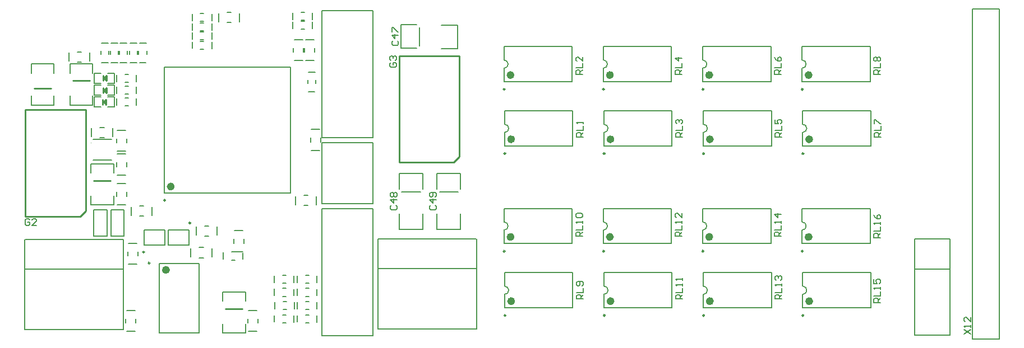
<source format=gto>
G04*
G04 #@! TF.GenerationSoftware,Altium Limited,Altium Designer,20.1.11 (218)*
G04*
G04 Layer_Color=439754*
%FSAX42Y42*%
%MOMM*%
G71*
G04*
G04 #@! TF.SameCoordinates,67978BD1-B2E9-4B08-9179-9D8DA7AD3022*
G04*
G04*
G04 #@! TF.FilePolarity,Positive*
G04*
G01*
G75*
%ADD10C,0.20*%
%ADD11C,0.25*%
%ADD12C,0.60*%
%ADD13C,0.10*%
%ADD14C,0.25*%
%ADD15C,0.15*%
%ADD16C,0.13*%
D10*
X030458Y003736D02*
G03*
X030458Y003863I000000J000063D01*
G01*
X030467Y002764D02*
G03*
X030467Y002891I000000J000063D01*
G01*
X030467Y005214D02*
G03*
X030467Y005341I000000J000063D01*
G01*
X030458Y006186D02*
G03*
X030458Y006313I000000J000063D01*
G01*
X025967Y002764D02*
G03*
X025967Y002891I000000J000063D01*
G01*
X025958Y003736D02*
G03*
X025958Y003863I000000J000063D01*
G01*
X027467Y002764D02*
G03*
X027467Y002891I000000J000063D01*
G01*
X027458Y003736D02*
G03*
X027458Y003863I000000J000063D01*
G01*
X028958Y003736D02*
G03*
X028958Y003863I000000J000063D01*
G01*
X028967Y002764D02*
G03*
X028967Y002891I000000J000063D01*
G01*
X028958Y006186D02*
G03*
X028958Y006313I000000J000063D01*
G01*
X028967Y005214D02*
G03*
X028967Y005341I000000J000063D01*
G01*
X027458Y006186D02*
G03*
X027458Y006313I000000J000063D01*
G01*
X027467Y005214D02*
G03*
X027467Y005341I000000J000063D01*
G01*
X025958Y006186D02*
G03*
X025958Y006313I000000J000063D01*
G01*
X025967Y005214D02*
G03*
X025967Y005341I000000J000063D01*
G01*
X030458Y003534D02*
X031488D01*
X030458Y004064D02*
X031488D01*
X030458Y003534D02*
Y003736D01*
Y003863D02*
Y004064D01*
X031488Y003534D02*
Y004064D01*
X030467Y002562D02*
X031497D01*
X030467Y003092D02*
X031497D01*
X030467Y002562D02*
Y002764D01*
Y002891D02*
Y003092D01*
X031497Y002562D02*
Y003092D01*
X028497Y005012D02*
Y005542D01*
X027467Y005341D02*
Y005542D01*
Y005012D02*
Y005214D01*
Y005542D02*
X028497D01*
X027467Y005012D02*
X028497D01*
X028488Y005984D02*
Y006514D01*
X027458Y006313D02*
Y006514D01*
Y005984D02*
Y006186D01*
Y006514D02*
X028488D01*
X027458Y005984D02*
X028488D01*
X029997Y005012D02*
Y005542D01*
X028967Y005341D02*
Y005542D01*
Y005012D02*
Y005214D01*
Y005542D02*
X029997D01*
X028967Y005012D02*
X029997D01*
X029988Y005984D02*
Y006514D01*
X028958Y006313D02*
Y006514D01*
Y005984D02*
Y006186D01*
Y006514D02*
X029988D01*
X028958Y005984D02*
X029988D01*
X030467Y005012D02*
X031497D01*
X030467Y005542D02*
X031497D01*
X030467Y005012D02*
Y005214D01*
Y005341D02*
Y005542D01*
X031497Y005012D02*
Y005542D01*
X030458Y005984D02*
X031488D01*
X030458Y006514D02*
X031488D01*
X030458Y005984D02*
Y006186D01*
Y006313D02*
Y006514D01*
X031488Y005984D02*
Y006514D01*
X025967Y002562D02*
X026997D01*
X025967Y003092D02*
X026997D01*
X025967Y002562D02*
Y002764D01*
Y002891D02*
Y003092D01*
X026997Y002562D02*
Y003092D01*
X025958Y003534D02*
X026988D01*
X025958Y004064D02*
X026988D01*
X025958Y003534D02*
Y003736D01*
Y003863D02*
Y004064D01*
X026988Y003534D02*
Y004064D01*
X027467Y002562D02*
X028497D01*
X027467Y003092D02*
X028497D01*
X027467Y002562D02*
Y002764D01*
Y002891D02*
Y003092D01*
X028497Y002562D02*
Y003092D01*
X027458Y003534D02*
X028488D01*
X027458Y004064D02*
X028488D01*
X027458Y003534D02*
Y003736D01*
Y003863D02*
Y004064D01*
X028488Y003534D02*
Y004064D01*
X024380Y004356D02*
Y004596D01*
X024415Y004316D02*
X024697D01*
X024380Y004596D02*
X024735D01*
Y004356D02*
Y004596D01*
X024375Y003746D02*
X024730D01*
X024375D02*
Y003986D01*
X024730Y003746D02*
Y003986D01*
X024950Y004356D02*
Y004596D01*
X024985Y004316D02*
X025267D01*
X024950Y004596D02*
X025305D01*
Y004356D02*
Y004596D01*
X024945Y003746D02*
X025300D01*
X024945D02*
Y003986D01*
X025300Y003746D02*
Y003986D01*
X029997Y002562D02*
Y003092D01*
X028967Y002891D02*
Y003092D01*
Y002562D02*
Y002764D01*
Y003092D02*
X029997D01*
X028967Y002562D02*
X029997D01*
X029988Y003534D02*
Y004064D01*
X028958Y003863D02*
Y004064D01*
Y003534D02*
Y003736D01*
Y004064D02*
X029988D01*
X028958Y003534D02*
X029988D01*
X024405Y006491D02*
X024645D01*
X024685Y006526D02*
Y006808D01*
X024405Y006491D02*
Y006846D01*
X024645D01*
X025255Y006486D02*
Y006841D01*
X025015Y006486D02*
X025255D01*
X025015Y006841D02*
X025255D01*
X025958Y005984D02*
X026988D01*
X025958Y006514D02*
X026988D01*
X025958Y005984D02*
Y006186D01*
Y006313D02*
Y006514D01*
X026988Y005984D02*
Y006514D01*
X025967Y005012D02*
X026997D01*
X025967Y005542D02*
X026997D01*
X025967Y005012D02*
Y005214D01*
Y005341D02*
Y005542D01*
X026997Y005012D02*
Y005542D01*
X018825Y005629D02*
X019165D01*
Y005769D01*
X018825Y005629D02*
Y005769D01*
Y006252D02*
X019165D01*
X018825Y006112D02*
Y006252D01*
X019165Y006112D02*
Y006252D01*
X019405Y005629D02*
Y005769D01*
X019745Y005629D02*
Y005769D01*
X019405Y005629D02*
X019745D01*
Y006112D02*
Y006252D01*
X019405Y006112D02*
Y006252D01*
X019745D01*
X019725Y004119D02*
Y004259D01*
X020065Y004119D02*
Y004259D01*
X019725Y004119D02*
X020065D01*
Y004602D02*
Y004742D01*
X019725Y004602D02*
Y004742D01*
X020065D01*
X021715Y002802D02*
X022055D01*
X021715Y002662D02*
Y002802D01*
X022055Y002662D02*
Y002802D01*
X021715Y002179D02*
X022055D01*
Y002319D01*
X021715Y002179D02*
Y002319D01*
X019755Y004799D02*
X020035D01*
X019755Y005114D02*
X020035D01*
X020890Y003511D02*
Y003741D01*
X021200Y003511D02*
Y003741D01*
X020890Y003511D02*
X021200D01*
X020890Y003741D02*
X021200D01*
X020840Y003511D02*
Y003741D01*
X020530Y003511D02*
Y003741D01*
X020840D01*
X020530Y003511D02*
X020840D01*
X020828Y004296D02*
X022738D01*
X020828Y006206D02*
X022738D01*
X020828Y004296D02*
Y006206D01*
X022738Y004296D02*
Y006206D01*
X020755Y002185D02*
Y003235D01*
X021360Y002185D02*
Y003235D01*
X020755D02*
X021360D01*
X020755Y002185D02*
X021360D01*
X018799Y003890D02*
X018782Y003906D01*
X018749D01*
X018732Y003890D01*
Y003823D01*
X018749Y003806D01*
X018782D01*
X018799Y003823D01*
Y003856D01*
X018765D01*
X018899Y003806D02*
X018832D01*
X018899Y003873D01*
Y003890D01*
X018882Y003906D01*
X018849D01*
X018832Y003890D01*
X031645Y003621D02*
X031545D01*
Y003671D01*
X031562Y003688D01*
X031595D01*
X031612Y003671D01*
Y003621D01*
Y003655D02*
X031645Y003688D01*
X031545Y003721D02*
X031645D01*
Y003788D01*
Y003821D02*
Y003855D01*
Y003838D01*
X031545D01*
X031562Y003821D01*
X031545Y003971D02*
X031562Y003938D01*
X031595Y003905D01*
X031629D01*
X031645Y003921D01*
Y003955D01*
X031629Y003971D01*
X031612D01*
X031595Y003955D01*
Y003905D01*
X031645Y002641D02*
X031545D01*
Y002691D01*
X031562Y002708D01*
X031595D01*
X031612Y002691D01*
Y002641D01*
Y002675D02*
X031645Y002708D01*
X031545Y002741D02*
X031645D01*
Y002808D01*
Y002841D02*
Y002875D01*
Y002858D01*
X031545D01*
X031562Y002841D01*
X031545Y002991D02*
Y002925D01*
X031595D01*
X031579Y002958D01*
Y002975D01*
X031595Y002991D01*
X031629D01*
X031645Y002975D01*
Y002941D01*
X031629Y002925D01*
X031652Y005144D02*
X031552D01*
Y005194D01*
X031569Y005211D01*
X031602D01*
X031619Y005194D01*
Y005144D01*
Y005177D02*
X031652Y005211D01*
X031552Y005244D02*
X031652D01*
Y005311D01*
X031552Y005344D02*
Y005411D01*
X031569D01*
X031636Y005344D01*
X031652D01*
X031643Y006093D02*
X031543D01*
Y006143D01*
X031559Y006159D01*
X031593D01*
X031609Y006143D01*
Y006093D01*
Y006126D02*
X031643Y006159D01*
X031543Y006193D02*
X031643D01*
Y006259D01*
X031559Y006293D02*
X031543Y006309D01*
Y006343D01*
X031559Y006359D01*
X031576D01*
X031593Y006343D01*
X031609Y006359D01*
X031626D01*
X031643Y006343D01*
Y006309D01*
X031626Y006293D01*
X031609D01*
X031593Y006309D01*
X031576Y006293D01*
X031559D01*
X031593Y006309D02*
Y006343D01*
X027152Y002694D02*
X027052D01*
Y002744D01*
X027069Y002761D01*
X027102D01*
X027119Y002744D01*
Y002694D01*
Y002727D02*
X027152Y002761D01*
X027052Y002794D02*
X027152D01*
Y002861D01*
X027136Y002894D02*
X027152Y002911D01*
Y002944D01*
X027136Y002961D01*
X027069D01*
X027052Y002944D01*
Y002911D01*
X027069Y002894D01*
X027086D01*
X027102Y002911D01*
Y002961D01*
X027143Y003643D02*
X027043D01*
Y003693D01*
X027059Y003709D01*
X027093D01*
X027109Y003693D01*
Y003643D01*
Y003676D02*
X027143Y003709D01*
X027043Y003743D02*
X027143D01*
Y003809D01*
Y003843D02*
Y003876D01*
Y003859D01*
X027043D01*
X027059Y003843D01*
Y003926D02*
X027043Y003943D01*
Y003976D01*
X027059Y003993D01*
X027126D01*
X027143Y003976D01*
Y003943D01*
X027126Y003926D01*
X027059D01*
X028652Y002694D02*
X028552D01*
Y002744D01*
X028569Y002761D01*
X028602D01*
X028619Y002744D01*
Y002694D01*
Y002727D02*
X028652Y002761D01*
X028552Y002794D02*
X028652D01*
Y002861D01*
Y002894D02*
Y002927D01*
Y002911D01*
X028552D01*
X028569Y002894D01*
X028652Y002977D02*
Y003011D01*
Y002994D01*
X028552D01*
X028569Y002977D01*
X028643Y003643D02*
X028543D01*
Y003693D01*
X028559Y003709D01*
X028593D01*
X028609Y003693D01*
Y003643D01*
Y003676D02*
X028643Y003709D01*
X028543Y003743D02*
X028643D01*
Y003809D01*
Y003843D02*
Y003876D01*
Y003859D01*
X028543D01*
X028559Y003843D01*
X028643Y003993D02*
Y003926D01*
X028576Y003993D01*
X028559D01*
X028543Y003976D01*
Y003943D01*
X028559Y003926D01*
X024262Y004110D02*
X024245Y004093D01*
Y004060D01*
X024262Y004043D01*
X024329D01*
X024345Y004060D01*
Y004093D01*
X024329Y004110D01*
X024345Y004193D02*
X024245D01*
X024295Y004143D01*
Y004210D01*
X024262Y004243D02*
X024245Y004260D01*
Y004293D01*
X024262Y004310D01*
X024279D01*
X024295Y004293D01*
X024312Y004310D01*
X024329D01*
X024345Y004293D01*
Y004260D01*
X024329Y004243D01*
X024312D01*
X024295Y004260D01*
X024279Y004243D01*
X024262D01*
X024295Y004260D02*
Y004293D01*
X024852Y004110D02*
X024835Y004093D01*
Y004060D01*
X024852Y004043D01*
X024919D01*
X024935Y004060D01*
Y004093D01*
X024919Y004110D01*
X024935Y004193D02*
X024835D01*
X024885Y004143D01*
Y004210D01*
X024919Y004243D02*
X024935Y004260D01*
Y004293D01*
X024919Y004310D01*
X024852D01*
X024835Y004293D01*
Y004260D01*
X024852Y004243D01*
X024869D01*
X024885Y004260D01*
Y004310D01*
X024252Y006270D02*
X024235Y006253D01*
Y006220D01*
X024252Y006203D01*
X024319D01*
X024335Y006220D01*
Y006253D01*
X024319Y006270D01*
X024285D01*
Y006236D01*
X024252Y006303D02*
X024235Y006320D01*
Y006353D01*
X024252Y006370D01*
X024269D01*
X024285Y006353D01*
Y006336D01*
Y006353D01*
X024302Y006370D01*
X024319D01*
X024335Y006353D01*
Y006320D01*
X024319Y006303D01*
X030143Y003643D02*
X030043D01*
Y003693D01*
X030059Y003709D01*
X030093D01*
X030109Y003693D01*
Y003643D01*
Y003676D02*
X030143Y003709D01*
X030043Y003743D02*
X030143D01*
Y003809D01*
Y003843D02*
Y003876D01*
Y003859D01*
X030043D01*
X030059Y003843D01*
X030143Y003976D02*
X030043D01*
X030093Y003926D01*
Y003993D01*
X030152Y002694D02*
X030052D01*
Y002744D01*
X030069Y002761D01*
X030102D01*
X030119Y002744D01*
Y002694D01*
Y002727D02*
X030152Y002761D01*
X030052Y002794D02*
X030152D01*
Y002861D01*
Y002894D02*
Y002927D01*
Y002911D01*
X030052D01*
X030069Y002894D01*
Y002977D02*
X030052Y002994D01*
Y003027D01*
X030069Y003044D01*
X030086D01*
X030102Y003027D01*
Y003011D01*
Y003027D01*
X030119Y003044D01*
X030136D01*
X030152Y003027D01*
Y002994D01*
X030136Y002977D01*
X030143Y006093D02*
X030043D01*
Y006143D01*
X030059Y006159D01*
X030093D01*
X030109Y006143D01*
Y006093D01*
Y006126D02*
X030143Y006159D01*
X030043Y006193D02*
X030143D01*
Y006259D01*
X030043Y006359D02*
X030059Y006326D01*
X030093Y006293D01*
X030126D01*
X030143Y006309D01*
Y006343D01*
X030126Y006359D01*
X030109D01*
X030093Y006343D01*
Y006293D01*
X030152Y005144D02*
X030052D01*
Y005194D01*
X030069Y005211D01*
X030102D01*
X030119Y005194D01*
Y005144D01*
Y005177D02*
X030152Y005211D01*
X030052Y005244D02*
X030152D01*
Y005311D01*
X030052Y005411D02*
Y005344D01*
X030102D01*
X030086Y005377D01*
Y005394D01*
X030102Y005411D01*
X030136D01*
X030152Y005394D01*
Y005361D01*
X030136Y005344D01*
X028643Y006093D02*
X028543D01*
Y006143D01*
X028559Y006159D01*
X028593D01*
X028609Y006143D01*
Y006093D01*
Y006126D02*
X028643Y006159D01*
X028543Y006193D02*
X028643D01*
Y006259D01*
Y006343D02*
X028543D01*
X028593Y006293D01*
Y006359D01*
X028652Y005144D02*
X028552D01*
Y005194D01*
X028569Y005211D01*
X028602D01*
X028619Y005194D01*
Y005144D01*
Y005177D02*
X028652Y005211D01*
X028552Y005244D02*
X028652D01*
Y005311D01*
X028569Y005344D02*
X028552Y005361D01*
Y005394D01*
X028569Y005411D01*
X028586D01*
X028602Y005394D01*
Y005377D01*
Y005394D01*
X028619Y005411D01*
X028636D01*
X028652Y005394D01*
Y005361D01*
X028636Y005344D01*
X024282Y006603D02*
X024265Y006586D01*
Y006553D01*
X024282Y006536D01*
X024349D01*
X024365Y006553D01*
Y006586D01*
X024349Y006603D01*
X024365Y006686D02*
X024265D01*
X024315Y006636D01*
Y006703D01*
X024265Y006736D02*
Y006803D01*
X024282D01*
X024349Y006736D01*
X024365D01*
X027143Y006093D02*
X027043D01*
Y006143D01*
X027059Y006159D01*
X027093D01*
X027109Y006143D01*
Y006093D01*
Y006126D02*
X027143Y006159D01*
X027043Y006193D02*
X027143D01*
Y006259D01*
Y006359D02*
Y006293D01*
X027076Y006359D01*
X027059D01*
X027043Y006343D01*
Y006309D01*
X027059Y006293D01*
X027152Y005144D02*
X027052D01*
Y005194D01*
X027069Y005211D01*
X027102D01*
X027119Y005194D01*
Y005144D01*
Y005177D02*
X027152Y005211D01*
X027052Y005244D02*
X027152D01*
Y005311D01*
Y005344D02*
Y005377D01*
Y005361D01*
X027052D01*
X027069Y005344D01*
X032905Y002166D02*
X033005Y002233D01*
X032905D02*
X033005Y002166D01*
Y002266D02*
Y002300D01*
Y002283D01*
X032905D01*
X032922Y002266D01*
X033005Y002416D02*
Y002350D01*
X032939Y002416D01*
X032922D01*
X032905Y002400D01*
Y002366D01*
X032922Y002350D01*
D11*
X030474Y003418D02*
G03*
X030474Y003418I-000012J000000D01*
G01*
X030484Y002446D02*
G03*
X030484Y002446I-000012J000000D01*
G01*
X030484Y004896D02*
G03*
X030484Y004896I-000012J000000D01*
G01*
X030474Y005868D02*
G03*
X030474Y005868I-000012J000000D01*
G01*
X025984Y002446D02*
G03*
X025984Y002446I-000012J000000D01*
G01*
X025974Y003418D02*
G03*
X025974Y003418I-000012J000000D01*
G01*
X027484Y002446D02*
G03*
X027484Y002446I-000012J000000D01*
G01*
X027474Y003418D02*
G03*
X027474Y003418I-000012J000000D01*
G01*
X028974D02*
G03*
X028974Y003418I-000012J000000D01*
G01*
X028984Y002446D02*
G03*
X028984Y002446I-000012J000000D01*
G01*
X028974Y005868D02*
G03*
X028974Y005868I-000012J000000D01*
G01*
X028984Y004896D02*
G03*
X028984Y004896I-000012J000000D01*
G01*
X027474Y005868D02*
G03*
X027474Y005868I-000012J000000D01*
G01*
X027484Y004896D02*
G03*
X027484Y004896I-000012J000000D01*
G01*
X025974Y005868D02*
G03*
X025974Y005868I-000012J000000D01*
G01*
X025984Y004896D02*
G03*
X025984Y004896I-000012J000000D01*
G01*
X021228Y003846D02*
G03*
X021228Y003846I-000012J000000D01*
G01*
X020528Y003406D02*
G03*
X020528Y003406I-000012J000000D01*
G01*
X020848Y004189D02*
G03*
X020848Y004189I-000012J000000D01*
G01*
X020613Y003239D02*
G03*
X020613Y003239I-000012J000000D01*
G01*
D12*
X030588Y003634D02*
G03*
X030588Y003634I-000030J000000D01*
G01*
X030597Y002662D02*
G03*
X030597Y002662I-000030J000000D01*
G01*
X030597Y005112D02*
G03*
X030597Y005112I-000030J000000D01*
G01*
X030588Y006084D02*
G03*
X030588Y006084I-000030J000000D01*
G01*
X026097Y002662D02*
G03*
X026097Y002662I-000030J000000D01*
G01*
X026088Y003634D02*
G03*
X026088Y003634I-000030J000000D01*
G01*
X027597Y002662D02*
G03*
X027597Y002662I-000030J000000D01*
G01*
X027588Y003634D02*
G03*
X027588Y003634I-000030J000000D01*
G01*
X029088D02*
G03*
X029088Y003634I-000030J000000D01*
G01*
X029097Y002662D02*
G03*
X029097Y002662I-000030J000000D01*
G01*
X029088Y006084D02*
G03*
X029088Y006084I-000030J000000D01*
G01*
X029097Y005112D02*
G03*
X029097Y005112I-000030J000000D01*
G01*
X027588Y006084D02*
G03*
X027588Y006084I-000030J000000D01*
G01*
X027597Y005112D02*
G03*
X027597Y005112I-000030J000000D01*
G01*
X026088Y006084D02*
G03*
X026088Y006084I-000030J000000D01*
G01*
X026097Y005112D02*
G03*
X026097Y005112I-000030J000000D01*
G01*
X020958Y004396D02*
G03*
X020958Y004396I-000030J000000D01*
G01*
X020885Y003135D02*
G03*
X020885Y003135I-000030J000000D01*
G01*
D13*
X019730Y005058D02*
G03*
X019730Y005058I-000005J000000D01*
G01*
D14*
X019645Y005466D02*
Y005556D01*
Y004030D02*
Y005466D01*
X019562Y003946D02*
X019645Y004030D01*
X018735Y003946D02*
Y005556D01*
Y003946D02*
X019562D01*
X019555Y005556D02*
X019645D01*
X018735D02*
X019555D01*
X025285Y006286D02*
Y006376D01*
Y004850D02*
Y006286D01*
X025202Y004766D02*
X025285Y004850D01*
X024375Y004766D02*
Y006376D01*
Y004766D02*
X025202D01*
X025195Y006376D02*
X025285D01*
X024375D02*
X025195D01*
X018868Y005883D02*
X019122D01*
X019448Y005998D02*
X019702D01*
X019768Y004488D02*
X020022D01*
X021758Y002548D02*
X022012D01*
X019927Y005676D02*
X019952D01*
X019901Y005638D02*
Y005715D01*
X019952Y005676D02*
Y005715D01*
X019914Y005676D02*
X019952Y005638D01*
X019914Y005676D02*
X019952Y005715D01*
Y005638D02*
Y005676D01*
X019930Y006036D02*
X019955D01*
X019905Y005998D02*
Y006074D01*
X019955Y006036D02*
Y006074D01*
X019917Y006036D02*
X019955Y005998D01*
X019917Y006036D02*
X019955Y006074D01*
Y005998D02*
Y006036D01*
X019930Y005856D02*
X019955D01*
X019905Y005818D02*
Y005894D01*
X019955Y005856D02*
Y005894D01*
X019917Y005856D02*
X019955Y005818D01*
X019917Y005856D02*
X019955Y005894D01*
Y005818D02*
Y005856D01*
D15*
X023982Y002139D02*
Y004056D01*
X023208Y002139D02*
Y004053D01*
X023208Y004056D02*
X023210Y004059D01*
X023980D01*
X023208Y004056D02*
X023209Y004055D01*
X023982Y004056D02*
X023983Y004056D01*
X023208Y004053D02*
X023209Y004055D01*
X023208Y002139D02*
X023982D01*
X021438Y003803D02*
X021502D01*
X021438Y003650D02*
X021502D01*
X021311Y003663D02*
Y003790D01*
X021629Y003663D02*
Y003790D01*
X020261Y004250D02*
Y004313D01*
X020109Y004250D02*
Y004313D01*
X020122Y004440D02*
X020249D01*
X020122Y004123D02*
X020249D01*
X022962Y006620D02*
X023089D01*
X022962Y006302D02*
X023089D01*
X023101Y006429D02*
Y006493D01*
X022949Y006429D02*
Y006493D01*
X021879Y003539D02*
Y003603D01*
X022031Y003539D02*
Y003603D01*
X021892Y003412D02*
X022019D01*
X021892Y003730D02*
X022019D01*
X023191Y005070D02*
Y005133D01*
X023039Y005070D02*
Y005133D01*
X023052Y005260D02*
X023179D01*
X023052Y004943D02*
X023179D01*
X022939Y004110D02*
X023002D01*
X022939Y004263D02*
X023002D01*
X023129Y004123D02*
Y004250D01*
X022812Y004123D02*
Y004250D01*
X021779Y006880D02*
X021842D01*
X021779Y007033D02*
X021842D01*
X021969Y006893D02*
Y007020D01*
X021652Y006893D02*
Y007020D01*
X022779Y006429D02*
Y006493D01*
X022931Y006429D02*
Y006493D01*
X022792Y006302D02*
X022919D01*
X022792Y006620D02*
X022919D01*
X022241Y002330D02*
Y002393D01*
X022089Y002330D02*
Y002393D01*
X022102Y002520D02*
X022229D01*
X022102Y002203D02*
X022229D01*
X020262Y002203D02*
X020389D01*
X020262Y002520D02*
X020389D01*
X020249Y002330D02*
Y002393D01*
X020401Y002330D02*
Y002393D01*
X019709Y006293D02*
Y006420D01*
X019391Y006293D02*
Y006420D01*
X019518Y006280D02*
X019582D01*
X019518Y006433D02*
X019582D01*
X021232Y003333D02*
Y003460D01*
X021549Y003333D02*
Y003460D01*
X021359Y003473D02*
X021422D01*
X021359Y003320D02*
X021422D01*
X019859Y005140D02*
X019922D01*
X019859Y005293D02*
X019922D01*
X020049Y005153D02*
Y005280D01*
X019732Y005153D02*
Y005280D01*
X020109Y004699D02*
Y004763D01*
X020261Y004699D02*
Y004763D01*
X020122Y004572D02*
X020249D01*
X020122Y004890D02*
X020249D01*
X020122Y005250D02*
X020249D01*
X020122Y004932D02*
X020249D01*
X020261Y005059D02*
Y005123D01*
X020109Y005059D02*
Y005123D01*
X020279Y003349D02*
Y003413D01*
X020431Y003349D02*
Y003413D01*
X020292Y003222D02*
X020419D01*
X020292Y003540D02*
X020419D01*
X020332Y003963D02*
Y004090D01*
X020649Y003963D02*
Y004090D01*
X020459Y004103D02*
X020522D01*
X020459Y003950D02*
X020522D01*
X019886Y006570D02*
X019986D01*
X019885Y006274D02*
X019985D01*
X019995Y006396D02*
Y006446D01*
X019875Y006396D02*
Y006446D01*
X020015Y006396D02*
Y006446D01*
X020135Y006396D02*
Y006446D01*
X020025Y006274D02*
X020125D01*
X020026Y006570D02*
X020126D01*
X020166Y006570D02*
X020266D01*
X020165Y006274D02*
X020265D01*
X020275Y006396D02*
Y006446D01*
X020155Y006396D02*
Y006446D01*
X020305Y006396D02*
Y006446D01*
X020425Y006396D02*
Y006446D01*
X020315Y006274D02*
X020415D01*
X020316Y006570D02*
X020416D01*
X021549Y006766D02*
Y006866D01*
X021253Y006766D02*
Y006866D01*
X021375Y006756D02*
X021425D01*
X021375Y006876D02*
X021425D01*
X020456Y006570D02*
X020556D01*
X020455Y006274D02*
X020555D01*
X020565Y006396D02*
Y006446D01*
X020445Y006396D02*
Y006446D01*
X021375Y007016D02*
X021425D01*
X021375Y006896D02*
X021425D01*
X021253Y006906D02*
Y007006D01*
X021549Y006906D02*
Y007006D01*
X023004Y005833D02*
X023104D01*
X023005Y006129D02*
X023105D01*
X022995Y005956D02*
Y006006D01*
X023115Y005956D02*
Y006006D01*
X022895Y006776D02*
X022945D01*
X022895Y006896D02*
X022945D01*
X023068Y006786D02*
Y006886D01*
X022772Y006787D02*
Y006887D01*
Y006927D02*
Y007027D01*
X023068Y006926D02*
Y007026D01*
X022895Y007036D02*
X022945D01*
X022895Y006916D02*
X022945D01*
X020112Y005627D02*
Y005727D01*
X020408Y005626D02*
Y005726D01*
X020235Y005736D02*
X020285D01*
X020235Y005616D02*
X020285D01*
X020235Y005976D02*
X020285D01*
X020235Y006096D02*
X020285D01*
X020408Y005986D02*
Y006086D01*
X020112Y005987D02*
Y006087D01*
Y005807D02*
Y005907D01*
X020408Y005806D02*
Y005906D01*
X020235Y005916D02*
X020285D01*
X020235Y005796D02*
X020285D01*
X021252Y006627D02*
Y006727D01*
X021548Y006626D02*
Y006726D01*
X021375Y006736D02*
X021425D01*
X021375Y006616D02*
X021425D01*
X021375Y006476D02*
X021425D01*
X021375Y006596D02*
X021425D01*
X021548Y006486D02*
Y006586D01*
X021252Y006487D02*
Y006587D01*
X021722Y003297D02*
Y003397D01*
X022018Y003296D02*
Y003396D01*
X021845Y003406D02*
X021895D01*
X021845Y003286D02*
X021895D01*
X022615Y002936D02*
X022665D01*
X022615Y003056D02*
X022665D01*
X022788Y002946D02*
Y003046D01*
X022492Y002947D02*
Y003047D01*
X022841Y002947D02*
Y003047D01*
X023137Y002946D02*
Y003046D01*
X022965Y003056D02*
X023015D01*
X022965Y002936D02*
X023015D01*
X022615Y002736D02*
X022665D01*
X022615Y002856D02*
X022665D01*
X022788Y002746D02*
Y002846D01*
X022492Y002747D02*
Y002847D01*
X022841Y002747D02*
Y002847D01*
X023137Y002746D02*
Y002846D01*
X022965Y002856D02*
X023015D01*
X022965Y002736D02*
X023015D01*
X022502Y002547D02*
Y002647D01*
X022798Y002546D02*
Y002646D01*
X022625Y002656D02*
X022675D01*
X022625Y002536D02*
X022675D01*
X022841Y002547D02*
Y002647D01*
X023137Y002546D02*
Y002646D01*
X022965Y002656D02*
X023015D01*
X022965Y002536D02*
X023015D01*
X022492Y002347D02*
Y002447D01*
X022788Y002346D02*
Y002446D01*
X022615Y002456D02*
X022665D01*
X022615Y002336D02*
X022665D01*
X022965D02*
X023015D01*
X022965Y002456D02*
X023015D01*
X023137Y002346D02*
Y002446D01*
X022841Y002347D02*
Y002447D01*
X018726Y003193D02*
Y003593D01*
X018728Y003592D02*
X020210D01*
X018726Y002233D02*
X020216D01*
X018726Y002993D02*
Y003193D01*
X018777Y003143D02*
X020211D01*
X018726Y002957D02*
Y002993D01*
X018726Y002233D02*
Y002956D01*
X020216Y003193D02*
Y003593D01*
Y002233D02*
Y003193D01*
X018727Y003143D02*
X018777D01*
X018726Y002957D02*
X018726Y002957D01*
X018726Y002956D02*
X018726Y002957D01*
X019764Y003647D02*
Y004046D01*
X019764Y004046D01*
X019965D01*
X019891Y003647D02*
X019891Y003646D01*
X019891Y003646D01*
X019965D01*
X019764Y003647D02*
X019891D01*
X019965Y003646D02*
Y004046D01*
X020024Y003647D02*
Y004046D01*
X020024Y004046D01*
X020225D01*
X020151Y003647D02*
X020151Y003646D01*
X020151Y003646D01*
X020225D01*
X020024Y003647D02*
X020151D01*
X020225Y003646D02*
Y004046D01*
X023210Y005059D02*
X023980D01*
X023208Y004134D02*
X023982D01*
X023983Y004134D02*
Y005056D01*
X023982Y004134D02*
X023983Y004134D01*
X023208Y004134D02*
Y005056D01*
X023208Y005139D02*
X023982D01*
X023208Y007053D02*
X023209Y007055D01*
X023982Y007056D02*
X023983Y007056D01*
X023208Y007056D02*
X023209Y007055D01*
X023210Y007059D02*
X023980D01*
X023208Y007056D02*
X023210Y007059D01*
X023208Y005139D02*
Y007053D01*
X023982Y005139D02*
Y007056D01*
X024053Y003204D02*
Y003604D01*
X024055Y003604D02*
X025537D01*
X024053Y002244D02*
X025543D01*
X024053Y003004D02*
Y003204D01*
X024104Y003154D02*
X025538D01*
X024053Y002968D02*
Y003004D01*
X024053Y002244D02*
Y002968D01*
X025543Y003205D02*
Y003604D01*
Y002244D02*
Y003205D01*
X024054Y003154D02*
X024104D01*
X024053Y002968D02*
X024053Y002968D01*
X024053Y002968D02*
X024053Y002968D01*
X032689Y002149D02*
X032690Y002150D01*
X032689Y003149D02*
X032690Y003150D01*
Y003604D01*
X032163Y003150D02*
Y003604D01*
Y002150D02*
Y003150D01*
X032690Y002150D02*
Y003150D01*
X032163Y003149D02*
X032689D01*
X032163Y003604D02*
X032690D01*
X032163Y002149D02*
X032689D01*
X033035Y002086D02*
Y007086D01*
X033435Y002086D02*
Y007086D01*
X033035D02*
X033435D01*
X033035Y002086D02*
X033435D01*
D16*
X019771Y005753D02*
X019873D01*
X019974Y005600D02*
X020076D01*
X019771D02*
X019873D01*
X019974Y005753D02*
X020076D01*
Y005600D02*
Y005753D01*
X019771Y005600D02*
Y005753D01*
X019774Y006113D02*
X019876D01*
X019978Y005960D02*
X020079D01*
X019774D02*
X019876D01*
X019978Y006113D02*
X020079D01*
Y005960D02*
Y006113D01*
X019774Y005960D02*
Y006113D01*
Y005933D02*
X019876D01*
X019978Y005780D02*
X020079D01*
X019774D02*
X019876D01*
X019978Y005933D02*
X020079D01*
Y005780D02*
Y005933D01*
X019774Y005780D02*
Y005933D01*
M02*

</source>
